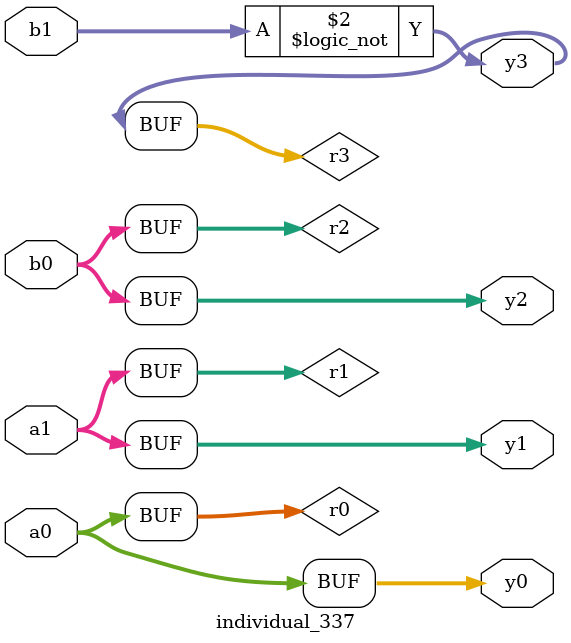
<source format=sv>
module individual_337(input logic [15:0] a1, input logic [15:0] a0, input logic [15:0] b1, input logic [15:0] b0, output logic [15:0] y3, output logic [15:0] y2, output logic [15:0] y1, output logic [15:0] y0);
logic [15:0] r0, r1, r2, r3; 
 always@(*) begin 
	 r0 = a0; r1 = a1; r2 = b0; r3 = b1; 
 	 r3 = ! b1 ;
 	 y3 = r3; y2 = r2; y1 = r1; y0 = r0; 
end
endmodule
</source>
